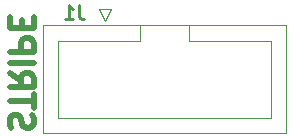
<source format=gbo>
%TF.GenerationSoftware,KiCad,Pcbnew,(6.0.1)*%
%TF.CreationDate,2022-10-19T19:16:55-04:00*%
%TF.ProjectId,ER-ADSR-555-01,45522d41-4453-4522-9d35-35352d30312e,rev?*%
%TF.SameCoordinates,Original*%
%TF.FileFunction,Legend,Bot*%
%TF.FilePolarity,Positive*%
%FSLAX46Y46*%
G04 Gerber Fmt 4.6, Leading zero omitted, Abs format (unit mm)*
G04 Created by KiCad (PCBNEW (6.0.1)) date 2022-10-19 19:16:55*
%MOMM*%
%LPD*%
G01*
G04 APERTURE LIST*
%ADD10C,0.500000*%
%ADD11C,0.285750*%
%ADD12C,0.120000*%
G04 APERTURE END LIST*
D10*
X1578076Y-109463885D02*
X1482838Y-109178171D01*
X1482838Y-108701980D01*
X1578076Y-108511504D01*
X1673314Y-108416266D01*
X1863790Y-108321028D01*
X2054266Y-108321028D01*
X2244742Y-108416266D01*
X2339980Y-108511504D01*
X2435219Y-108701980D01*
X2530457Y-109082933D01*
X2625695Y-109273409D01*
X2720933Y-109368647D01*
X2911409Y-109463885D01*
X3101885Y-109463885D01*
X3292361Y-109368647D01*
X3387599Y-109273409D01*
X3482838Y-109082933D01*
X3482838Y-108606742D01*
X3387599Y-108321028D01*
X3482838Y-107749600D02*
X3482838Y-106606742D01*
X1482838Y-107178171D02*
X3482838Y-107178171D01*
X1482838Y-104797219D02*
X2435219Y-105463885D01*
X1482838Y-105940076D02*
X3482838Y-105940076D01*
X3482838Y-105178171D01*
X3387600Y-104987695D01*
X3292361Y-104892457D01*
X3101885Y-104797219D01*
X2816171Y-104797219D01*
X2625695Y-104892457D01*
X2530457Y-104987695D01*
X2435219Y-105178171D01*
X2435219Y-105940076D01*
X1482838Y-103940076D02*
X3482838Y-103940076D01*
X1482838Y-102987695D02*
X3482838Y-102987695D01*
X3482838Y-102225790D01*
X3387600Y-102035314D01*
X3292361Y-101940076D01*
X3101885Y-101844838D01*
X2816171Y-101844838D01*
X2625695Y-101940076D01*
X2530457Y-102035314D01*
X2435219Y-102225790D01*
X2435219Y-102987695D01*
X2530457Y-100987695D02*
X2530457Y-100321028D01*
X1482838Y-100035314D02*
X1482838Y-100987695D01*
X3482838Y-100987695D01*
X3482838Y-100035314D01*
D11*
%TO.C,J1*%
X7289800Y-99043671D02*
X7289800Y-99860100D01*
X7344228Y-100023385D01*
X7453085Y-100132242D01*
X7616371Y-100186671D01*
X7725228Y-100186671D01*
X6146800Y-100186671D02*
X6799942Y-100186671D01*
X6473371Y-100186671D02*
X6473371Y-99043671D01*
X6582228Y-99206957D01*
X6691085Y-99315814D01*
X6799942Y-99370242D01*
D12*
X12529600Y-102067900D02*
X5589600Y-102067900D01*
X4289600Y-100757900D02*
X4289600Y-109877900D01*
X24869600Y-100757900D02*
X4289600Y-100757900D01*
X5589600Y-108567900D02*
X23569600Y-108567900D01*
X16629600Y-102067900D02*
X16629600Y-100757900D01*
X23569600Y-108567900D02*
X23569600Y-102067900D01*
X9499600Y-100367900D02*
X8999600Y-99367900D01*
X23569600Y-102067900D02*
X16629600Y-102067900D01*
X5589600Y-102067900D02*
X5589600Y-108567900D01*
X24869600Y-109877900D02*
X24869600Y-100757900D01*
X16629600Y-102067900D02*
X16629600Y-102067900D01*
X9999600Y-99367900D02*
X9499600Y-100367900D01*
X8999600Y-99367900D02*
X9999600Y-99367900D01*
X4289600Y-109877900D02*
X24869600Y-109877900D01*
X12529600Y-100757900D02*
X12529600Y-102067900D01*
%TD*%
M02*

</source>
